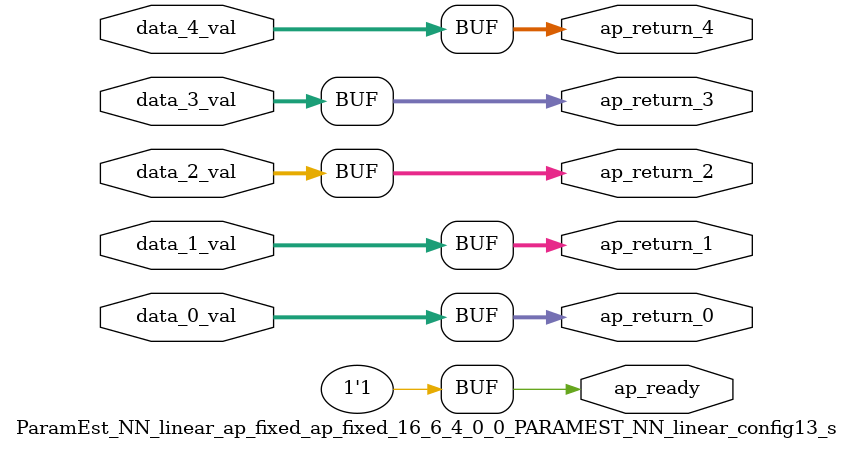
<source format=v>

`timescale 1 ns / 1 ps 

module ParamEst_NN_linear_ap_fixed_ap_fixed_16_6_4_0_0_PARAMEST_NN_linear_config13_s (
        ap_ready,
        data_0_val,
        data_1_val,
        data_2_val,
        data_3_val,
        data_4_val,
        ap_return_0,
        ap_return_1,
        ap_return_2,
        ap_return_3,
        ap_return_4
);


output   ap_ready;
input  [15:0] data_0_val;
input  [15:0] data_1_val;
input  [15:0] data_2_val;
input  [15:0] data_3_val;
input  [15:0] data_4_val;
output  [15:0] ap_return_0;
output  [15:0] ap_return_1;
output  [15:0] ap_return_2;
output  [15:0] ap_return_3;
output  [15:0] ap_return_4;

assign ap_ready = 1'b1;

assign ap_return_0 = data_0_val;

assign ap_return_1 = data_1_val;

assign ap_return_2 = data_2_val;

assign ap_return_3 = data_3_val;

assign ap_return_4 = data_4_val;

endmodule //ParamEst_NN_linear_ap_fixed_ap_fixed_16_6_4_0_0_PARAMEST_NN_linear_config13_s

</source>
